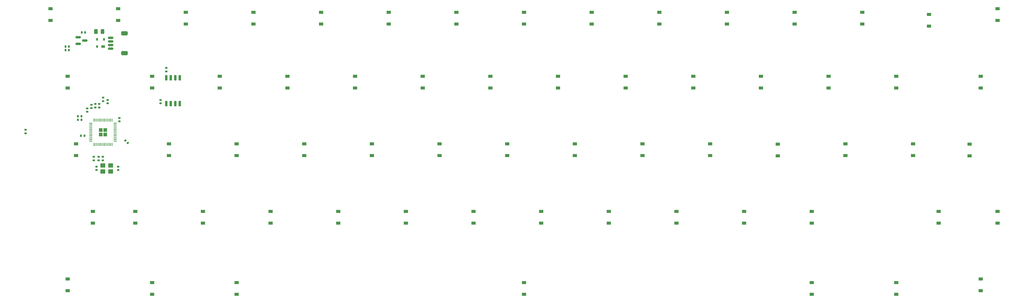
<source format=gbr>
%TF.GenerationSoftware,KiCad,Pcbnew,(6.0.10)*%
%TF.CreationDate,2023-01-19T12:44:57+01:00*%
%TF.ProjectId,SST60,53535436-302e-46b6-9963-61645f706362,0.1*%
%TF.SameCoordinates,Original*%
%TF.FileFunction,Paste,Bot*%
%TF.FilePolarity,Positive*%
%FSLAX46Y46*%
G04 Gerber Fmt 4.6, Leading zero omitted, Abs format (unit mm)*
G04 Created by KiCad (PCBNEW (6.0.10)) date 2023-01-19 12:44:57*
%MOMM*%
%LPD*%
G01*
G04 APERTURE LIST*
G04 Aperture macros list*
%AMRoundRect*
0 Rectangle with rounded corners*
0 $1 Rounding radius*
0 $2 $3 $4 $5 $6 $7 $8 $9 X,Y pos of 4 corners*
0 Add a 4 corners polygon primitive as box body*
4,1,4,$2,$3,$4,$5,$6,$7,$8,$9,$2,$3,0*
0 Add four circle primitives for the rounded corners*
1,1,$1+$1,$2,$3*
1,1,$1+$1,$4,$5*
1,1,$1+$1,$6,$7*
1,1,$1+$1,$8,$9*
0 Add four rect primitives between the rounded corners*
20,1,$1+$1,$2,$3,$4,$5,0*
20,1,$1+$1,$4,$5,$6,$7,0*
20,1,$1+$1,$6,$7,$8,$9,0*
20,1,$1+$1,$8,$9,$2,$3,0*%
G04 Aperture macros list end*
%ADD10R,1.000000X0.700000*%
%ADD11R,0.600000X0.700000*%
%ADD12R,1.200000X0.900000*%
%ADD13RoundRect,0.140000X-0.170000X0.140000X-0.170000X-0.140000X0.170000X-0.140000X0.170000X0.140000X0*%
%ADD14RoundRect,0.140000X0.170000X-0.140000X0.170000X0.140000X-0.170000X0.140000X-0.170000X-0.140000X0*%
%ADD15RoundRect,0.140000X-0.140000X-0.170000X0.140000X-0.170000X0.140000X0.170000X-0.140000X0.170000X0*%
%ADD16RoundRect,0.135000X0.185000X-0.135000X0.185000X0.135000X-0.185000X0.135000X-0.185000X-0.135000X0*%
%ADD17RoundRect,0.250000X0.292217X0.292217X-0.292217X0.292217X-0.292217X-0.292217X0.292217X-0.292217X0*%
%ADD18RoundRect,0.050000X0.387500X0.050000X-0.387500X0.050000X-0.387500X-0.050000X0.387500X-0.050000X0*%
%ADD19RoundRect,0.050000X0.050000X0.387500X-0.050000X0.387500X-0.050000X-0.387500X0.050000X-0.387500X0*%
%ADD20RoundRect,0.140000X0.140000X0.170000X-0.140000X0.170000X-0.140000X-0.170000X0.140000X-0.170000X0*%
%ADD21RoundRect,0.135000X-0.185000X0.135000X-0.185000X-0.135000X0.185000X-0.135000X0.185000X0.135000X0*%
%ADD22RoundRect,0.150000X-0.625000X0.150000X-0.625000X-0.150000X0.625000X-0.150000X0.625000X0.150000X0*%
%ADD23RoundRect,0.250000X-0.650000X0.350000X-0.650000X-0.350000X0.650000X-0.350000X0.650000X0.350000X0*%
%ADD24R,1.400000X1.200000*%
%ADD25RoundRect,0.150000X-0.587500X-0.150000X0.587500X-0.150000X0.587500X0.150000X-0.587500X0.150000X0*%
%ADD26RoundRect,0.150000X-0.150000X0.650000X-0.150000X-0.650000X0.150000X-0.650000X0.150000X0.650000X0*%
%ADD27RoundRect,0.243750X-0.243750X-0.456250X0.243750X-0.456250X0.243750X0.456250X-0.243750X0.456250X0*%
%ADD28RoundRect,0.140000X-0.219203X-0.021213X-0.021213X-0.219203X0.219203X0.021213X0.021213X0.219203X0*%
G04 APERTURE END LIST*
D10*
%TO.C,U4*%
X59170000Y-59039000D03*
D11*
X57470000Y-59039000D03*
X57470000Y-57039000D03*
X59370000Y-57039000D03*
%TD*%
D12*
%TO.C,D19*%
X106275000Y-108900000D03*
X106275000Y-105600000D03*
%TD*%
D13*
%TO.C,C_3V-Decoup8*%
X57900000Y-90170000D03*
X57900000Y-91130000D03*
%TD*%
D12*
%TO.C,D46*%
X220575000Y-108900000D03*
X220575000Y-105600000D03*
%TD*%
%TO.C,D15*%
X96775000Y-128900000D03*
X96775000Y-125600000D03*
%TD*%
%TO.C,D63*%
X291725000Y-53300000D03*
X291725000Y-50000000D03*
%TD*%
%TO.C,D35*%
X187250000Y-70800000D03*
X187250000Y-67500000D03*
%TD*%
D14*
%TO.C,C_1V-Decoup2*%
X60425000Y-75080000D03*
X60425000Y-74120000D03*
%TD*%
D12*
%TO.C,D26*%
X149150000Y-70800000D03*
X149150000Y-67500000D03*
%TD*%
D15*
%TO.C,C_LDO2*%
X48542000Y-59055000D03*
X49502000Y-59055000D03*
%TD*%
D12*
%TO.C,D54*%
X263450000Y-70800000D03*
X263450000Y-67500000D03*
%TD*%
D14*
%TO.C,C_3V-Decoup2*%
X54700000Y-77455000D03*
X54700000Y-76495000D03*
%TD*%
D12*
%TO.C,D34*%
X177725000Y-52700000D03*
X177725000Y-49400000D03*
%TD*%
%TO.C,D50*%
X249175000Y-89875000D03*
X249175000Y-86575000D03*
%TD*%
D14*
%TO.C,C_Flash1*%
X75300000Y-75105000D03*
X75300000Y-74145000D03*
%TD*%
%TO.C,C_3V-Decoup6*%
X63750000Y-80155000D03*
X63750000Y-79195000D03*
%TD*%
D12*
%TO.C,D48*%
X234875000Y-52700000D03*
X234875000Y-49400000D03*
%TD*%
%TO.C,D22*%
X134875000Y-89850000D03*
X134875000Y-86550000D03*
%TD*%
D14*
%TO.C,C_Crystal2*%
X57300000Y-93905000D03*
X57300000Y-92945000D03*
%TD*%
D12*
%TO.C,D40*%
X206300000Y-70800000D03*
X206300000Y-67500000D03*
%TD*%
D16*
%TO.C,R_Crystal1*%
X59075000Y-91135000D03*
X59075000Y-90115000D03*
%TD*%
D12*
%TO.C,D14*%
X96775000Y-89850000D03*
X96775000Y-86550000D03*
%TD*%
%TO.C,D10*%
X72950000Y-128900000D03*
X72950000Y-125600000D03*
%TD*%
%TO.C,D61*%
X294400000Y-108900000D03*
X294400000Y-105600000D03*
%TD*%
%TO.C,D9*%
X68200000Y-108900000D03*
X68200000Y-105600000D03*
%TD*%
%TO.C,D37*%
X182500000Y-108900000D03*
X182500000Y-105600000D03*
%TD*%
D14*
%TO.C,C_1V-Decoup1*%
X55850000Y-76455000D03*
X55850000Y-75495000D03*
%TD*%
D17*
%TO.C,U1*%
X58462500Y-82612500D03*
X58462500Y-83887500D03*
X59737500Y-82612500D03*
X59737500Y-83887500D03*
D18*
X62537500Y-80650000D03*
X62537500Y-81050000D03*
X62537500Y-81450000D03*
X62537500Y-81850000D03*
X62537500Y-82250000D03*
X62537500Y-82650000D03*
X62537500Y-83050000D03*
X62537500Y-83450000D03*
X62537500Y-83850000D03*
X62537500Y-84250000D03*
X62537500Y-84650000D03*
X62537500Y-85050000D03*
X62537500Y-85450000D03*
X62537500Y-85850000D03*
D19*
X61700000Y-86687500D03*
X61300000Y-86687500D03*
X60900000Y-86687500D03*
X60500000Y-86687500D03*
X60100000Y-86687500D03*
X59700000Y-86687500D03*
X59300000Y-86687500D03*
X58900000Y-86687500D03*
X58500000Y-86687500D03*
X58100000Y-86687500D03*
X57700000Y-86687500D03*
X57300000Y-86687500D03*
X56900000Y-86687500D03*
X56500000Y-86687500D03*
D18*
X55662500Y-85850000D03*
X55662500Y-85450000D03*
X55662500Y-85050000D03*
X55662500Y-84650000D03*
X55662500Y-84250000D03*
X55662500Y-83850000D03*
X55662500Y-83450000D03*
X55662500Y-83050000D03*
X55662500Y-82650000D03*
X55662500Y-82250000D03*
X55662500Y-81850000D03*
X55662500Y-81450000D03*
X55662500Y-81050000D03*
X55662500Y-80650000D03*
D19*
X56500000Y-79812500D03*
X56900000Y-79812500D03*
X57300000Y-79812500D03*
X57700000Y-79812500D03*
X58100000Y-79812500D03*
X58500000Y-79812500D03*
X58900000Y-79812500D03*
X59300000Y-79812500D03*
X59700000Y-79812500D03*
X60100000Y-79812500D03*
X60500000Y-79812500D03*
X60900000Y-79812500D03*
X61300000Y-79812500D03*
X61700000Y-79812500D03*
%TD*%
D12*
%TO.C,D39*%
X196775000Y-52700000D03*
X196775000Y-49400000D03*
%TD*%
%TO.C,D2*%
X49125000Y-70800000D03*
X49125000Y-67500000D03*
%TD*%
%TO.C,D6*%
X63425000Y-51750000D03*
X63425000Y-48450000D03*
%TD*%
D20*
%TO.C,C_3V-Decoup7*%
X53030000Y-78700000D03*
X52070000Y-78700000D03*
%TD*%
%TO.C,C_LDO1*%
X54074000Y-55118000D03*
X53114000Y-55118000D03*
%TD*%
D12*
%TO.C,D1*%
X44375000Y-51750000D03*
X44375000Y-48450000D03*
%TD*%
%TO.C,D67*%
X311075000Y-108900000D03*
X311075000Y-105600000D03*
%TD*%
%TO.C,D13*%
X92000000Y-70800000D03*
X92000000Y-67500000D03*
%TD*%
D21*
%TO.C,R_DATA2*%
X56925000Y-75240000D03*
X56925000Y-76260000D03*
%TD*%
D20*
%TO.C,C_3V-Decoup4*%
X53880000Y-84250000D03*
X52920000Y-84250000D03*
%TD*%
D12*
%TO.C,D21*%
X130100000Y-70800000D03*
X130100000Y-67500000D03*
%TD*%
D21*
%TO.C,R_DATA1*%
X58075000Y-75240000D03*
X58075000Y-76260000D03*
%TD*%
D12*
%TO.C,D4*%
X56275000Y-108900000D03*
X56275000Y-105600000D03*
%TD*%
%TO.C,D3*%
X51525000Y-89850000D03*
X51525000Y-86550000D03*
%TD*%
%TO.C,D36*%
X192025000Y-89850000D03*
X192025000Y-86550000D03*
%TD*%
%TO.C,D12*%
X82475000Y-52700000D03*
X82475000Y-49400000D03*
%TD*%
%TO.C,D25*%
X139625000Y-52700000D03*
X139625000Y-49400000D03*
%TD*%
%TO.C,D30*%
X158675000Y-52700000D03*
X158675000Y-49400000D03*
%TD*%
%TO.C,D51*%
X239650000Y-108900000D03*
X239650000Y-105600000D03*
%TD*%
D22*
%TO.C,J1*%
X61302000Y-56643000D03*
X61302000Y-57643000D03*
X61302000Y-58643000D03*
X61302000Y-59643000D03*
D23*
X65177000Y-55343000D03*
X65177000Y-60943000D03*
%TD*%
D12*
%TO.C,D28*%
X144400000Y-108900000D03*
X144400000Y-105600000D03*
%TD*%
%TO.C,D38*%
X177725000Y-128900000D03*
X177725000Y-125600000D03*
%TD*%
D13*
%TO.C,C_Crystal1*%
X63400000Y-92945000D03*
X63400000Y-93905000D03*
%TD*%
D12*
%TO.C,D45*%
X230100000Y-89850000D03*
X230100000Y-86550000D03*
%TD*%
D20*
%TO.C,C_3V-Decoup5*%
X53030000Y-79750000D03*
X52070000Y-79750000D03*
%TD*%
D12*
%TO.C,D32*%
X172950000Y-89850000D03*
X172950000Y-86550000D03*
%TD*%
%TO.C,D55*%
X268200000Y-89850000D03*
X268200000Y-86550000D03*
%TD*%
%TO.C,D49*%
X244400000Y-70800000D03*
X244400000Y-67500000D03*
%TD*%
%TO.C,D5*%
X49150000Y-127950000D03*
X49150000Y-124650000D03*
%TD*%
D24*
%TO.C,Y1*%
X59075000Y-92575000D03*
X61275000Y-92575000D03*
X61275000Y-94275000D03*
X59075000Y-94275000D03*
%TD*%
D12*
%TO.C,D23*%
X125350000Y-108900000D03*
X125350000Y-105600000D03*
%TD*%
%TO.C,D20*%
X120575000Y-52700000D03*
X120575000Y-49400000D03*
%TD*%
%TO.C,D42*%
X201550000Y-108900000D03*
X201550000Y-105600000D03*
%TD*%
%TO.C,D64*%
X303125000Y-89875000D03*
X303125000Y-86575000D03*
%TD*%
%TO.C,D65*%
X311075000Y-51750000D03*
X311075000Y-48450000D03*
%TD*%
%TO.C,D16*%
X101525000Y-52700000D03*
X101525000Y-49400000D03*
%TD*%
%TO.C,D56*%
X258700000Y-108900000D03*
X258700000Y-105600000D03*
%TD*%
%TO.C,D27*%
X153900000Y-89850000D03*
X153900000Y-86550000D03*
%TD*%
D25*
%TO.C,U3*%
X52148500Y-58354000D03*
X52148500Y-56454000D03*
X54023500Y-57404000D03*
%TD*%
D12*
%TO.C,D59*%
X282500000Y-70800000D03*
X282500000Y-67500000D03*
%TD*%
%TO.C,D58*%
X272975000Y-52700000D03*
X272975000Y-49400000D03*
%TD*%
D14*
%TO.C,C_3V-Decoup3*%
X59175000Y-74455000D03*
X59175000Y-73495000D03*
%TD*%
D12*
%TO.C,D57*%
X258675000Y-128900000D03*
X258675000Y-125600000D03*
%TD*%
%TO.C,D43*%
X215825000Y-52700000D03*
X215825000Y-49400000D03*
%TD*%
%TO.C,D68*%
X306300000Y-127950000D03*
X306300000Y-124650000D03*
%TD*%
D13*
%TO.C,C_1V-Decoup3*%
X56550000Y-90170000D03*
X56550000Y-91130000D03*
%TD*%
D12*
%TO.C,D66*%
X306325000Y-70800000D03*
X306325000Y-67500000D03*
%TD*%
%TO.C,D62*%
X282500000Y-128900000D03*
X282500000Y-125600000D03*
%TD*%
%TO.C,D18*%
X115800000Y-89850000D03*
X115800000Y-86550000D03*
%TD*%
%TO.C,D33*%
X163450000Y-108900000D03*
X163450000Y-105600000D03*
%TD*%
%TO.C,D8*%
X77725000Y-89850000D03*
X77725000Y-86550000D03*
%TD*%
D26*
%TO.C,U2*%
X76920000Y-67925000D03*
X78190000Y-67925000D03*
X79460000Y-67925000D03*
X80730000Y-67925000D03*
X80730000Y-75125000D03*
X79460000Y-75125000D03*
X78190000Y-75125000D03*
X76920000Y-75125000D03*
%TD*%
D12*
%TO.C,D44*%
X225350000Y-70800000D03*
X225350000Y-67500000D03*
%TD*%
D16*
%TO.C,R_RST1*%
X37300000Y-83585000D03*
X37300000Y-82565000D03*
%TD*%
D12*
%TO.C,D53*%
X253925000Y-52700000D03*
X253925000Y-49400000D03*
%TD*%
%TO.C,D7*%
X72950000Y-70800000D03*
X72950000Y-67500000D03*
%TD*%
D27*
%TO.C,F1*%
X57101500Y-54864000D03*
X58976500Y-54864000D03*
%TD*%
D28*
%TO.C,C_3V-Decoup9*%
X65410589Y-85560589D03*
X66089411Y-86239411D03*
%TD*%
D12*
%TO.C,D60*%
X287275000Y-89850000D03*
X287275000Y-86550000D03*
%TD*%
%TO.C,D31*%
X168200000Y-70800000D03*
X168200000Y-67500000D03*
%TD*%
%TO.C,D11*%
X87225000Y-108900000D03*
X87225000Y-105600000D03*
%TD*%
D15*
%TO.C,C_3V-Decoup1*%
X48542000Y-60071000D03*
X49502000Y-60071000D03*
%TD*%
D12*
%TO.C,D41*%
X211075000Y-89850000D03*
X211075000Y-86550000D03*
%TD*%
D21*
%TO.C,R_Flash1*%
X76900000Y-65090000D03*
X76900000Y-66110000D03*
%TD*%
D12*
%TO.C,D17*%
X111050000Y-70800000D03*
X111050000Y-67500000D03*
%TD*%
M02*

</source>
